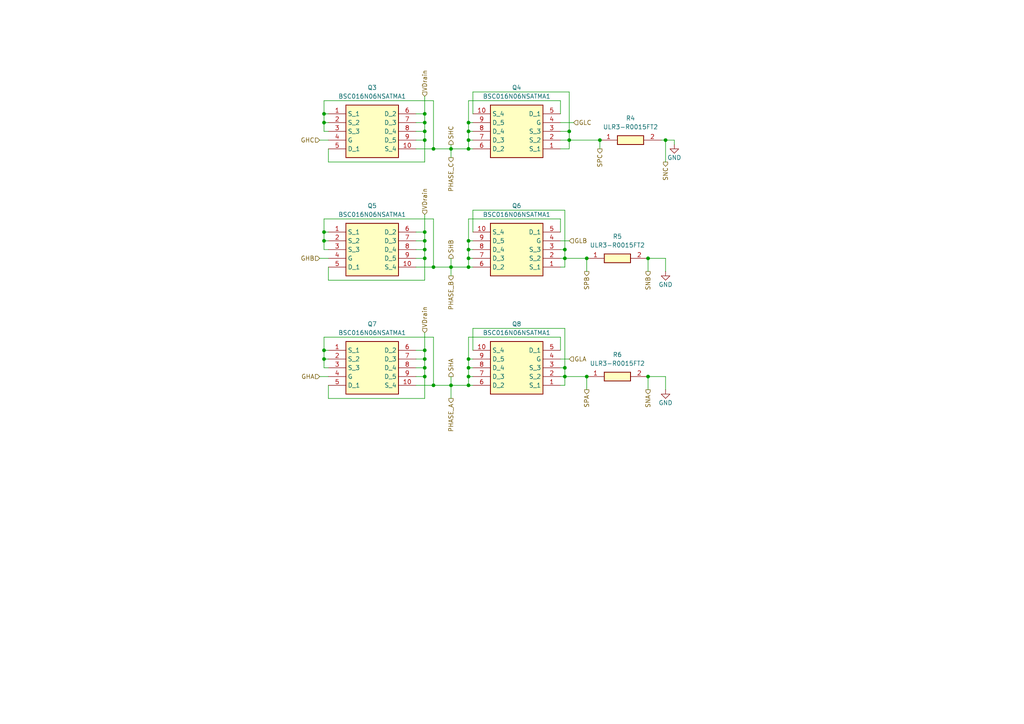
<source format=kicad_sch>
(kicad_sch (version 20250114) (generator "eeschema") (generator_version "9.0")
  (paper "A4")
  (title_block (title "MOSFETs"))
  (lib_symbols
    (symbol "SamacSys_Parts:BSC016N06NSATMA1"
      (property "Reference" "Q" (at 21.59 7.62 0))
      (property "Value" "BSC016N06NSATMA1" (at 21.59 5.08 0))
      (symbol "BSC016N06NSATMA1_1_1"
        (rectangle (start 5.08 2.54) (end 20.32 -12.7) (stroke (width 0.254)) (fill (type background)))
        (pin passive line (at 0 0 0) (length 5.08) (name "S_1") (number "1"))
        (pin passive line (at 0 -2.54 0) (length 5.08) (name "S_2") (number "2"))
        (pin passive line (at 0 -5.08 0) (length 5.08) (name "S_3") (number "3"))
        (pin passive line (at 0 -7.62 0) (length 5.08) (name "G") (number "4"))
        (pin passive line (at 0 -10.16 0) (length 5.08) (name "D_1") (number "5"))
        (pin passive line (at 25.4 0 180) (length 5.08) (name "D_2") (number "6"))
        (pin passive line (at 25.4 -2.54 180) (length 5.08) (name "D_3") (number "7"))
        (pin passive line (at 25.4 -5.08 180) (length 5.08) (name "D_4") (number "8"))
        (pin passive line (at 25.4 -7.62 180) (length 5.08) (name "D_5") (number "9"))
        (pin passive line (at 25.4 -10.16 180) (length 5.08) (name "S_4") (number "10"))
      )
    )
    (symbol "SamacSys_Parts:ULR3-R0015FT2" (pin_names (hide yes))
      (property "Reference" "R" (at 13.97 6.35 0))
      (property "Value" "ULR3-R0015FT2" (at 13.97 3.81 0))
      (symbol "ULR3-R0015FT2_1_1"
        (rectangle (start 5.08 1.27) (end 12.7 -1.27) (stroke (width 0.254)) (fill (type background)))
        (pin passive line (at 0 0 0) (length 5.08) (name "1") (number "1"))
        (pin passive line (at 17.78 0 180) (length 5.08) (name "2") (number "2"))
      )
    )
    (symbol "power:GND" (power) (pin_numbers (hide yes)) (pin_names (offset 0) (hide yes))
      (property "Value" "GND" (at 0 -3.81 0))
      (symbol "GND_0_1"
        (polyline (pts (xy 0 0) (xy 0 -1.27) (xy 1.27 -1.27) (xy 0 -2.54) (xy -1.27 -1.27) (xy 0 -1.27)))
      )
      (symbol "GND_1_1"
        (pin power_in line (at 0 0 270) (length 0) (name "~") (number "1"))
      )
    )
  )
  (junction (at 135.89 74.93))
  (junction (at 135.89 104.14))
  (junction (at 125.73 111.76))
  (junction (at 135.89 109.22))
  (junction (at 135.89 35.56))
  (junction (at 130.81 77.47))
  (junction (at 123.19 33.02))
  (junction (at 135.89 106.68))
  (junction (at 170.18 74.93))
  (junction (at 123.19 38.1))
  (junction (at 130.81 111.76))
  (junction (at 123.19 104.14))
  (junction (at 170.18 109.22))
  (junction (at 187.96 74.93))
  (junction (at 123.19 35.56))
  (junction (at 93.98 101.6))
  (junction (at 125.73 43.18))
  (junction (at 123.19 109.22))
  (junction (at 135.89 69.85))
  (junction (at 193.04 40.64))
  (junction (at 125.73 77.47))
  (junction (at 135.89 72.39))
  (junction (at 123.19 67.31))
  (junction (at 163.83 74.93))
  (junction (at 135.89 77.47))
  (junction (at 123.19 40.64))
  (junction (at 93.98 35.56))
  (junction (at 123.19 106.68))
  (junction (at 163.83 106.68))
  (junction (at 163.83 109.22))
  (junction (at 123.19 69.85))
  (junction (at 123.19 72.39))
  (junction (at 173.99 40.64))
  (junction (at 135.89 38.1))
  (junction (at 93.98 33.02))
  (junction (at 135.89 43.18))
  (junction (at 93.98 67.31))
  (junction (at 123.19 74.93))
  (junction (at 130.81 43.18))
  (junction (at 165.1 38.1))
  (junction (at 163.83 72.39))
  (junction (at 93.98 69.85))
  (junction (at 135.89 111.76))
  (junction (at 135.89 40.64))
  (junction (at 93.98 104.14))
  (junction (at 187.96 109.22))
  (junction (at 165.1 40.64))
  (junction (at 123.19 101.6))
  (wire (pts (xy 162.56 77.47) (xy 163.83 77.47)))
  (wire (pts (xy 162.56 106.68) (xy 163.83 106.68)))
  (wire (pts (xy 135.89 74.93) (xy 135.89 77.47)))
  (wire (pts (xy 137.16 26.67) (xy 137.16 33.02)))
  (wire (pts (xy 187.96 74.93) (xy 193.04 74.93)))
  (wire (pts (xy 93.98 29.21) (xy 125.73 29.21)))
  (wire (pts (xy 93.98 33.02) (xy 93.98 29.21)))
  (wire (pts (xy 92.71 74.93) (xy 95.25 74.93)))
  (wire (pts (xy 135.89 63.5) (xy 135.89 69.85)))
  (wire (pts (xy 93.98 67.31) (xy 93.98 63.5)))
  (wire (pts (xy 123.19 109.22) (xy 123.19 106.68)))
  (wire (pts (xy 135.89 77.47) (xy 137.16 77.47)))
  (wire (pts (xy 125.73 97.79) (xy 125.73 111.76)))
  (wire (pts (xy 163.83 109.22) (xy 170.18 109.22)))
  (wire (pts (xy 137.16 60.96) (xy 137.16 67.31)))
  (wire (pts (xy 135.89 40.64) (xy 135.89 43.18)))
  (wire (pts (xy 165.1 38.1) (xy 165.1 40.64)))
  (wire (pts (xy 120.65 106.68) (xy 123.19 106.68)))
  (wire (pts (xy 120.65 77.47) (xy 125.73 77.47)))
  (wire (pts (xy 130.81 111.76) (xy 135.89 111.76)))
  (wire (pts (xy 193.04 46.99) (xy 193.04 40.64)))
  (wire (pts (xy 162.56 69.85) (xy 165.1 69.85)))
  (wire (pts (xy 173.99 40.64) (xy 173.99 43.18)))
  (wire (pts (xy 162.56 67.31) (xy 162.56 63.5)))
  (wire (pts (xy 123.19 72.39) (xy 123.19 69.85)))
  (wire (pts (xy 137.16 38.1) (xy 135.89 38.1)))
  (wire (pts (xy 123.19 104.14) (xy 123.19 101.6)))
  (wire (pts (xy 137.16 109.22) (xy 135.89 109.22)))
  (wire (pts (xy 125.73 29.21) (xy 125.73 43.18)))
  (wire (pts (xy 135.89 72.39) (xy 135.89 74.93)))
  (wire (pts (xy 120.65 72.39) (xy 123.19 72.39)))
  (wire (pts (xy 162.56 104.14) (xy 165.1 104.14)))
  (wire (pts (xy 93.98 72.39) (xy 93.98 69.85)))
  (wire (pts (xy 95.25 81.28) (xy 123.19 81.28)))
  (wire (pts (xy 120.65 111.76) (xy 125.73 111.76)))
  (wire (pts (xy 137.16 95.25) (xy 137.16 101.6)))
  (wire (pts (xy 135.89 109.22) (xy 135.89 111.76)))
  (wire (pts (xy 162.56 33.02) (xy 162.56 29.21)))
  (wire (pts (xy 163.83 95.25) (xy 137.16 95.25)))
  (wire (pts (xy 92.71 109.22) (xy 95.25 109.22)))
  (wire (pts (xy 130.81 74.93) (xy 130.81 77.47)))
  (wire (pts (xy 123.19 38.1) (xy 120.65 38.1)))
  (wire (pts (xy 93.98 33.02) (xy 95.25 33.02)))
  (wire (pts (xy 193.04 40.64) (xy 191.77 40.64)))
  (wire (pts (xy 137.16 104.14) (xy 135.89 104.14)))
  (wire (pts (xy 135.89 111.76) (xy 137.16 111.76)))
  (wire (pts (xy 120.65 104.14) (xy 123.19 104.14)))
  (wire (pts (xy 123.19 101.6) (xy 120.65 101.6)))
  (wire (pts (xy 93.98 101.6) (xy 95.25 101.6)))
  (wire (pts (xy 162.56 38.1) (xy 165.1 38.1)))
  (wire (pts (xy 123.19 74.93) (xy 123.19 72.39)))
  (wire (pts (xy 165.1 40.64) (xy 173.99 40.64)))
  (wire (pts (xy 195.58 40.64) (xy 193.04 40.64)))
  (wire (pts (xy 135.89 35.56) (xy 135.89 38.1)))
  (wire (pts (xy 162.56 63.5) (xy 135.89 63.5)))
  (wire (pts (xy 123.19 69.85) (xy 120.65 69.85)))
  (wire (pts (xy 135.89 43.18) (xy 137.16 43.18)))
  (wire (pts (xy 93.98 69.85) (xy 95.25 69.85)))
  (wire (pts (xy 125.73 111.76) (xy 130.81 111.76)))
  (wire (pts (xy 125.73 43.18) (xy 130.81 43.18)))
  (wire (pts (xy 95.25 111.76) (xy 95.25 115.57)))
  (wire (pts (xy 120.65 67.31) (xy 123.19 67.31)))
  (wire (pts (xy 193.04 113.03) (xy 193.04 109.22)))
  (wire (pts (xy 130.81 109.22) (xy 130.81 111.76)))
  (wire (pts (xy 123.19 67.31) (xy 123.19 69.85)))
  (wire (pts (xy 125.73 77.47) (xy 130.81 77.47)))
  (wire (pts (xy 137.16 74.93) (xy 135.89 74.93)))
  (wire (pts (xy 137.16 40.64) (xy 135.89 40.64)))
  (wire (pts (xy 195.58 41.91) (xy 195.58 40.64)))
  (wire (pts (xy 137.16 106.68) (xy 135.89 106.68)))
  (wire (pts (xy 162.56 43.18) (xy 165.1 43.18)))
  (wire (pts (xy 162.56 35.56) (xy 166.37 35.56)))
  (wire (pts (xy 120.65 43.18) (xy 125.73 43.18)))
  (wire (pts (xy 162.56 97.79) (xy 135.89 97.79)))
  (wire (pts (xy 163.83 72.39) (xy 163.83 74.93)))
  (wire (pts (xy 123.19 33.02) (xy 123.19 35.56)))
  (wire (pts (xy 93.98 106.68) (xy 93.98 104.14)))
  (wire (pts (xy 123.19 115.57) (xy 123.19 109.22)))
  (wire (pts (xy 93.98 104.14) (xy 95.25 104.14)))
  (wire (pts (xy 123.19 46.99) (xy 123.19 40.64)))
  (wire (pts (xy 130.81 43.18) (xy 135.89 43.18)))
  (wire (pts (xy 130.81 77.47) (xy 135.89 77.47)))
  (wire (pts (xy 130.81 43.18) (xy 130.81 45.72)))
  (wire (pts (xy 187.96 109.22) (xy 187.96 113.03)))
  (wire (pts (xy 162.56 109.22) (xy 163.83 109.22)))
  (wire (pts (xy 163.83 72.39) (xy 163.83 60.96)))
  (wire (pts (xy 93.98 35.56) (xy 93.98 33.02)))
  (wire (pts (xy 137.16 69.85) (xy 135.89 69.85)))
  (wire (pts (xy 135.89 97.79) (xy 135.89 104.14)))
  (wire (pts (xy 163.83 77.47) (xy 163.83 74.93)))
  (wire (pts (xy 162.56 111.76) (xy 163.83 111.76)))
  (wire (pts (xy 95.25 43.18) (xy 95.25 46.99)))
  (wire (pts (xy 130.81 111.76) (xy 130.81 115.57)))
  (wire (pts (xy 187.96 74.93) (xy 187.96 78.74)))
  (wire (pts (xy 135.89 29.21) (xy 135.89 35.56)))
  (wire (pts (xy 163.83 60.96) (xy 137.16 60.96)))
  (wire (pts (xy 165.1 43.18) (xy 165.1 40.64)))
  (wire (pts (xy 123.19 96.52) (xy 123.19 101.6)))
  (wire (pts (xy 163.83 111.76) (xy 163.83 109.22)))
  (wire (pts (xy 120.65 74.93) (xy 123.19 74.93)))
  (wire (pts (xy 137.16 72.39) (xy 135.89 72.39)))
  (wire (pts (xy 135.89 38.1) (xy 135.89 40.64)))
  (wire (pts (xy 123.19 62.23) (xy 123.19 67.31)))
  (wire (pts (xy 137.16 35.56) (xy 135.89 35.56)))
  (wire (pts (xy 123.19 106.68) (xy 123.19 104.14)))
  (wire (pts (xy 163.83 74.93) (xy 170.18 74.93)))
  (wire (pts (xy 93.98 69.85) (xy 93.98 67.31)))
  (wire (pts (xy 93.98 104.14) (xy 93.98 101.6)))
  (wire (pts (xy 135.89 106.68) (xy 135.89 109.22)))
  (wire (pts (xy 130.81 41.91) (xy 130.81 43.18)))
  (wire (pts (xy 123.19 27.94) (xy 123.19 33.02)))
  (wire (pts (xy 125.73 63.5) (xy 125.73 77.47)))
  (wire (pts (xy 165.1 26.67) (xy 137.16 26.67)))
  (wire (pts (xy 95.25 115.57) (xy 123.19 115.57)))
  (wire (pts (xy 135.89 104.14) (xy 135.89 106.68)))
  (wire (pts (xy 135.89 69.85) (xy 135.89 72.39)))
  (wire (pts (xy 93.98 35.56) (xy 95.25 35.56)))
  (wire (pts (xy 92.71 40.64) (xy 95.25 40.64)))
  (wire (pts (xy 193.04 78.74) (xy 193.04 74.93)))
  (wire (pts (xy 95.25 72.39) (xy 93.98 72.39)))
  (wire (pts (xy 93.98 38.1) (xy 93.98 35.56)))
  (wire (pts (xy 123.19 33.02) (xy 120.65 33.02)))
  (wire (pts (xy 95.25 46.99) (xy 123.19 46.99)))
  (wire (pts (xy 93.98 101.6) (xy 93.98 97.79)))
  (wire (pts (xy 162.56 72.39) (xy 163.83 72.39)))
  (wire (pts (xy 165.1 38.1) (xy 165.1 26.67)))
  (wire (pts (xy 123.19 35.56) (xy 120.65 35.56)))
  (wire (pts (xy 93.98 63.5) (xy 125.73 63.5)))
  (wire (pts (xy 163.83 106.68) (xy 163.83 95.25)))
  (wire (pts (xy 123.19 38.1) (xy 123.19 40.64)))
  (wire (pts (xy 162.56 40.64) (xy 165.1 40.64)))
  (wire (pts (xy 163.83 106.68) (xy 163.83 109.22)))
  (wire (pts (xy 123.19 40.64) (xy 120.65 40.64)))
  (wire (pts (xy 95.25 77.47) (xy 95.25 81.28)))
  (wire (pts (xy 130.81 77.47) (xy 130.81 80.01)))
  (wire (pts (xy 120.65 109.22) (xy 123.19 109.22)))
  (wire (pts (xy 193.04 109.22) (xy 187.96 109.22)))
  (wire (pts (xy 170.18 109.22) (xy 170.18 113.03)))
  (wire (pts (xy 123.19 35.56) (xy 123.19 38.1)))
  (wire (pts (xy 162.56 74.93) (xy 163.83 74.93)))
  (wire (pts (xy 93.98 97.79) (xy 125.73 97.79)))
  (wire (pts (xy 162.56 29.21) (xy 135.89 29.21)))
  (wire (pts (xy 93.98 67.31) (xy 95.25 67.31)))
  (wire (pts (xy 123.19 81.28) (xy 123.19 74.93)))
  (wire (pts (xy 162.56 101.6) (xy 162.56 97.79)))
  (wire (pts (xy 95.25 38.1) (xy 93.98 38.1)))
  (wire (pts (xy 95.25 106.68) (xy 93.98 106.68)))
  (wire (pts (xy 170.18 74.93) (xy 170.18 78.74)))
  (hierarchical_label "PHASE_A" (shape output) (at 130.81 115.57 270))
  (hierarchical_label "SPA" (shape output) (at 170.18 113.03 270))
  (hierarchical_label "GHA" (shape input) (at 92.71 109.22 180))
  (hierarchical_label "VDrain" (shape input) (at 123.19 96.52 90))
  (hierarchical_label "SNC" (shape output) (at 193.04 46.99 270))
  (hierarchical_label "GHC" (shape input) (at 92.71 40.64 180))
  (hierarchical_label "SPC" (shape output) (at 173.99 43.18 270))
  (hierarchical_label "SHB" (shape output) (at 130.81 74.93 90))
  (hierarchical_label "GLA" (shape input) (at 165.1 104.14 0))
  (hierarchical_label "SNB" (shape output) (at 187.96 78.74 270))
  (hierarchical_label "SHA" (shape output) (at 130.81 109.22 90))
  (hierarchical_label "VDrain" (shape input) (at 123.19 62.23 90))
  (hierarchical_label "SNA" (shape output) (at 187.96 113.03 270))
  (hierarchical_label "VDrain" (shape input) (at 123.19 27.94 90))
  (hierarchical_label "SPB" (shape output) (at 170.18 78.74 270))
  (hierarchical_label "PHASE_C" (shape output) (at 130.81 45.72 270))
  (hierarchical_label "GLC" (shape input) (at 166.37 35.56 0))
  (hierarchical_label "GHB" (shape input) (at 92.71 74.93 180))
  (hierarchical_label "GLB" (shape input) (at 165.1 69.85 0))
  (hierarchical_label "SHC" (shape output) (at 130.81 41.91 90))
  (hierarchical_label "PHASE_B" (shape output) (at 130.81 80.01 270))
  (symbol (lib_id "SamacSys_Parts:BSC016N06NSATMA1") (at 162.56 77.47 180) (unit 1)
    (property "Reference" "Q6" (at 149.86 59.69 0))
    (property "Value" "BSC016N06NSATMA1" (at 149.86 62.23 0))
    (property "Footprint" "BSC016N06NS" (effects (hide yes)))
    (property "Datasheet" "https://www.infineon.com/assets/row/public/documents/24/49/infineon-bsc016n06ns-datasheet-en.pdf" (effects (hide yes)))
    (property "Description" "MOSFET N-Ch 60V 100A DSON-8 OptiMOS" (effects (hide yes)))
    (property "Height" "1.1" (effects (hide yes)))
    (property "Mouser Part Number" "726-BSC016N06NSATMA1" (effects (hide yes)))
    (property "Mouser Price/Stock" "https://www.mouser.co.uk/ProductDetail/Infineon-Technologies/BSC016N06NSATMA1?qs=4MqXaUMeF54KPdO2G0qbSA%3D%3D" (effects (hide yes)))
    (property "Manufacturer_Name" "Infineon" (effects (hide yes)))
    (property "Manufacturer_Part_Number" "BSC016N06NSATMA1" (effects (hide yes)))
  )
  (symbol (lib_id "SamacSys_Parts:ULR3-R0015FT2") (at 170.18 74.93 0) (unit 1)
    (property "Reference" "R5" (at 179.07 68.58 0))
    (property "Value" "ULR3-R0015FT2" (at 179.07 71.12 0))
    (property "Footprint" "RESC6430X80N" (effects (hide yes)))
    (property "Datasheet" "https://componentsearchengine.com/Datasheets/2/ULR3-R0015FT2.pdf" (effects (hide yes)))
    (property "Description" "CURRENT SENSE RES, 0R0015, 1%, 3 W, 2512" (effects (hide yes)))
    (property "Height" "0.8" (effects (hide yes)))
    (property "Mouser Part Number" "756-ULR3-R0015FT2" (effects (hide yes)))
    (property "Mouser Price/Stock" "https://www.mouser.co.uk/ProductDetail/Welwyn-Components-TT-Electronics/ULR3-R0015FT2?qs=xHx5aGYGSOHSsralzU0eFQ%3D%3D" (effects (hide yes)))
    (property "Manufacturer_Name" "TT Electronics" (effects (hide yes)))
    (property "Manufacturer_Part_Number" "ULR3-R0015FT2" (effects (hide yes)))
  )
  (symbol (lib_id "SamacSys_Parts:BSC016N06NSATMA1") (at 162.56 43.18 180) (unit 1)
    (property "Reference" "Q4" (at 149.86 25.4 0))
    (property "Value" "BSC016N06NSATMA1" (at 149.86 27.94 0))
    (property "Footprint" "BSC016N06NS" (effects (hide yes)))
    (property "Datasheet" "https://www.infineon.com/assets/row/public/documents/24/49/infineon-bsc016n06ns-datasheet-en.pdf" (effects (hide yes)))
    (property "Description" "MOSFET N-Ch 60V 100A DSON-8 OptiMOS" (effects (hide yes)))
    (property "Height" "1.1" (effects (hide yes)))
    (property "Mouser Part Number" "726-BSC016N06NSATMA1" (effects (hide yes)))
    (property "Mouser Price/Stock" "https://www.mouser.co.uk/ProductDetail/Infineon-Technologies/BSC016N06NSATMA1?qs=4MqXaUMeF54KPdO2G0qbSA%3D%3D" (effects (hide yes)))
    (property "Manufacturer_Name" "Infineon" (effects (hide yes)))
    (property "Manufacturer_Part_Number" "BSC016N06NSATMA1" (effects (hide yes)))
  )
  (symbol (lib_id "SamacSys_Parts:ULR3-R0015FT2") (at 170.18 109.22 0) (unit 1)
    (property "Reference" "R6" (at 179.07 102.87 0))
    (property "Value" "ULR3-R0015FT2" (at 179.07 105.41 0))
    (property "Footprint" "RESC6430X80N" (effects (hide yes)))
    (property "Datasheet" "https://componentsearchengine.com/Datasheets/2/ULR3-R0015FT2.pdf" (effects (hide yes)))
    (property "Description" "CURRENT SENSE RES, 0R0015, 1%, 3 W, 2512" (effects (hide yes)))
    (property "Height" "0.8" (effects (hide yes)))
    (property "Mouser Part Number" "756-ULR3-R0015FT2" (effects (hide yes)))
    (property "Mouser Price/Stock" "https://www.mouser.co.uk/ProductDetail/Welwyn-Components-TT-Electronics/ULR3-R0015FT2?qs=xHx5aGYGSOHSsralzU0eFQ%3D%3D" (effects (hide yes)))
    (property "Manufacturer_Name" "TT Electronics" (effects (hide yes)))
    (property "Manufacturer_Part_Number" "ULR3-R0015FT2" (effects (hide yes)))
  )
  (symbol (lib_id "SamacSys_Parts:ULR3-R0015FT2") (at 173.99 40.64 0) (unit 1)
    (property "Reference" "R4" (at 182.88 34.29 0))
    (property "Value" "ULR3-R0015FT2" (at 182.88 36.83 0))
    (property "Footprint" "RESC6430X80N" (effects (hide yes)))
    (property "Datasheet" "https://componentsearchengine.com/Datasheets/2/ULR3-R0015FT2.pdf" (effects (hide yes)))
    (property "Description" "CURRENT SENSE RES, 0R0015, 1%, 3 W, 2512" (effects (hide yes)))
    (property "Height" "0.8" (effects (hide yes)))
    (property "Mouser Part Number" "756-ULR3-R0015FT2" (effects (hide yes)))
    (property "Mouser Price/Stock" "https://www.mouser.co.uk/ProductDetail/Welwyn-Components-TT-Electronics/ULR3-R0015FT2?qs=xHx5aGYGSOHSsralzU0eFQ%3D%3D" (effects (hide yes)))
    (property "Manufacturer_Name" "TT Electronics" (effects (hide yes)))
    (property "Manufacturer_Part_Number" "ULR3-R0015FT2" (effects (hide yes)))
  )
  (symbol (lib_id "power:GND") (at 193.04 113.03 0) (unit 1)
    (property "Reference" "#PWR013" (effects (hide yes)))
    (property "Value" "GND" (at 193.04 116.84 0))
    (property "Description" "Power symbol creates a global label with name \"GND\" , ground" (effects (hide yes)))
  )
  (symbol (lib_id "power:GND") (at 193.04 78.74 0) (unit 1)
    (property "Reference" "#PWR012" (effects (hide yes)))
    (property "Value" "GND" (at 193.04 82.55 0))
    (property "Description" "Power symbol creates a global label with name \"GND\" , ground" (effects (hide yes)))
  )
  (symbol (lib_id "SamacSys_Parts:BSC016N06NSATMA1") (at 95.25 33.02 0) (unit 1)
    (property "Reference" "Q3" (at 107.95 25.4 0))
    (property "Value" "BSC016N06NSATMA1" (at 107.95 27.94 0))
    (property "Footprint" "BSC016N06NS" (effects (hide yes)))
    (property "Datasheet" "https://www.infineon.com/assets/row/public/documents/24/49/infineon-bsc016n06ns-datasheet-en.pdf" (effects (hide yes)))
    (property "Description" "MOSFET N-Ch 60V 100A DSON-8 OptiMOS" (effects (hide yes)))
    (property "Height" "1.1" (effects (hide yes)))
    (property "Mouser Part Number" "726-BSC016N06NSATMA1" (effects (hide yes)))
    (property "Mouser Price/Stock" "https://www.mouser.co.uk/ProductDetail/Infineon-Technologies/BSC016N06NSATMA1?qs=4MqXaUMeF54KPdO2G0qbSA%3D%3D" (effects (hide yes)))
    (property "Manufacturer_Name" "Infineon" (effects (hide yes)))
    (property "Manufacturer_Part_Number" "BSC016N06NSATMA1" (effects (hide yes)))
  )
  (symbol (lib_id "power:GND") (at 195.58 41.91 0) (unit 1)
    (property "Reference" "#PWR011" (effects (hide yes)))
    (property "Value" "GND" (at 195.58 45.72 0))
    (property "Description" "Power symbol creates a global label with name \"GND\" , ground" (effects (hide yes)))
  )
  (symbol (lib_id "SamacSys_Parts:BSC016N06NSATMA1") (at 95.25 67.31 0) (unit 1)
    (property "Reference" "Q5" (at 107.95 59.69 0))
    (property "Value" "BSC016N06NSATMA1" (at 107.95 62.23 0))
    (property "Footprint" "BSC016N06NS" (effects (hide yes)))
    (property "Datasheet" "https://www.infineon.com/assets/row/public/documents/24/49/infineon-bsc016n06ns-datasheet-en.pdf" (effects (hide yes)))
    (property "Description" "MOSFET N-Ch 60V 100A DSON-8 OptiMOS" (effects (hide yes)))
    (property "Height" "1.1" (effects (hide yes)))
    (property "Mouser Part Number" "726-BSC016N06NSATMA1" (effects (hide yes)))
    (property "Mouser Price/Stock" "https://www.mouser.co.uk/ProductDetail/Infineon-Technologies/BSC016N06NSATMA1?qs=4MqXaUMeF54KPdO2G0qbSA%3D%3D" (effects (hide yes)))
    (property "Manufacturer_Name" "Infineon" (effects (hide yes)))
    (property "Manufacturer_Part_Number" "BSC016N06NSATMA1" (effects (hide yes)))
  )
  (symbol (lib_id "SamacSys_Parts:BSC016N06NSATMA1") (at 95.25 101.6 0) (unit 1)
    (property "Reference" "Q7" (at 107.95 93.98 0))
    (property "Value" "BSC016N06NSATMA1" (at 107.95 96.52 0))
    (property "Footprint" "BSC016N06NS" (effects (hide yes)))
    (property "Datasheet" "https://www.infineon.com/assets/row/public/documents/24/49/infineon-bsc016n06ns-datasheet-en.pdf" (effects (hide yes)))
    (property "Description" "MOSFET N-Ch 60V 100A DSON-8 OptiMOS" (effects (hide yes)))
    (property "Height" "1.1" (effects (hide yes)))
    (property "Mouser Part Number" "726-BSC016N06NSATMA1" (effects (hide yes)))
    (property "Mouser Price/Stock" "https://www.mouser.co.uk/ProductDetail/Infineon-Technologies/BSC016N06NSATMA1?qs=4MqXaUMeF54KPdO2G0qbSA%3D%3D" (effects (hide yes)))
    (property "Manufacturer_Name" "Infineon" (effects (hide yes)))
    (property "Manufacturer_Part_Number" "BSC016N06NSATMA1" (effects (hide yes)))
  )
  (symbol (lib_id "SamacSys_Parts:BSC016N06NSATMA1") (at 162.56 111.76 180) (unit 1)
    (property "Reference" "Q8" (at 149.86 93.98 0))
    (property "Value" "BSC016N06NSATMA1" (at 149.86 96.52 0))
    (property "Footprint" "BSC016N06NS" (effects (hide yes)))
    (property "Datasheet" "https://www.infineon.com/assets/row/public/documents/24/49/infineon-bsc016n06ns-datasheet-en.pdf" (effects (hide yes)))
    (property "Description" "MOSFET N-Ch 60V 100A DSON-8 OptiMOS" (effects (hide yes)))
    (property "Height" "1.1" (effects (hide yes)))
    (property "Mouser Part Number" "726-BSC016N06NSATMA1" (effects (hide yes)))
    (property "Mouser Price/Stock" "https://www.mouser.co.uk/ProductDetail/Infineon-Technologies/BSC016N06NSATMA1?qs=4MqXaUMeF54KPdO2G0qbSA%3D%3D" (effects (hide yes)))
    (property "Manufacturer_Name" "Infineon" (effects (hide yes)))
    (property "Manufacturer_Part_Number" "BSC016N06NSATMA1" (effects (hide yes)))
  )
)
</source>
